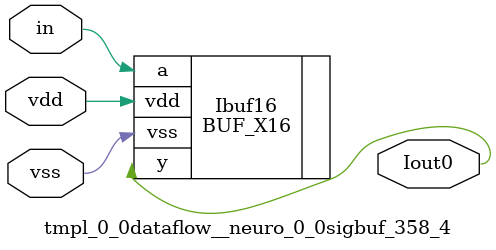
<source format=v>
module tmpl_0_0dataflow__neuro_0_0sigbuf_358_4(in, Iout0 , vdd, vss); 
   input vdd;
   input vss;
   input in;
   

// -- signals ---
   output Iout0 ;
   wire in;

// --- instances
BUF_X16 Ibuf16  (.y(Iout0 ), .a(in), .vdd(vdd), .vss(vss));
endmodule
</source>
